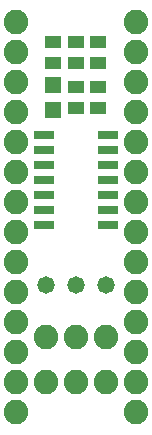
<source format=gbr>
G04 EAGLE Gerber RS-274X export*
G75*
%MOMM*%
%FSLAX34Y34*%
%LPD*%
%INSoldermask Top*%
%IPPOS*%
%AMOC8*
5,1,8,0,0,1.08239X$1,22.5*%
G01*
%ADD10R,1.753200X0.803200*%
%ADD11C,2.082800*%
%ADD12R,1.403200X1.003200*%
%ADD13R,1.403200X1.403200*%
%ADD14C,1.473200*%


D10*
X36500Y247650D03*
X36500Y234950D03*
X36500Y222250D03*
X36500Y209550D03*
X36500Y196850D03*
X36500Y184150D03*
X36500Y171450D03*
X90500Y171450D03*
X90500Y184150D03*
X90500Y196850D03*
X90500Y209550D03*
X90500Y222250D03*
X90500Y234950D03*
X90500Y247650D03*
D11*
X114300Y342900D03*
X114300Y317500D03*
X114300Y292100D03*
X114300Y266700D03*
X114300Y241300D03*
X114300Y215900D03*
X114300Y190500D03*
X114300Y165100D03*
X114300Y139700D03*
X114300Y114300D03*
X114300Y88900D03*
X114300Y63500D03*
X114300Y38100D03*
X114300Y12700D03*
D12*
X82550Y288400D03*
X82550Y270400D03*
X63500Y288400D03*
X63500Y270400D03*
D13*
X44450Y289900D03*
X44450Y268900D03*
D12*
X82550Y326500D03*
X82550Y308500D03*
D11*
X12700Y342900D03*
X12700Y317500D03*
X12700Y292100D03*
X12700Y266700D03*
X12700Y241300D03*
X12700Y215900D03*
X12700Y190500D03*
X12700Y165100D03*
X12700Y139700D03*
X12700Y114300D03*
X12700Y88900D03*
X12700Y63500D03*
X12700Y38100D03*
X12700Y12700D03*
D12*
X44450Y326500D03*
X44450Y308500D03*
X63500Y326500D03*
X63500Y308500D03*
D14*
X88900Y120650D03*
X63500Y120650D03*
X38100Y120650D03*
D11*
X88900Y38100D03*
X63500Y38100D03*
X38100Y38100D03*
X88900Y76200D03*
X63500Y76200D03*
X38100Y76200D03*
M02*

</source>
